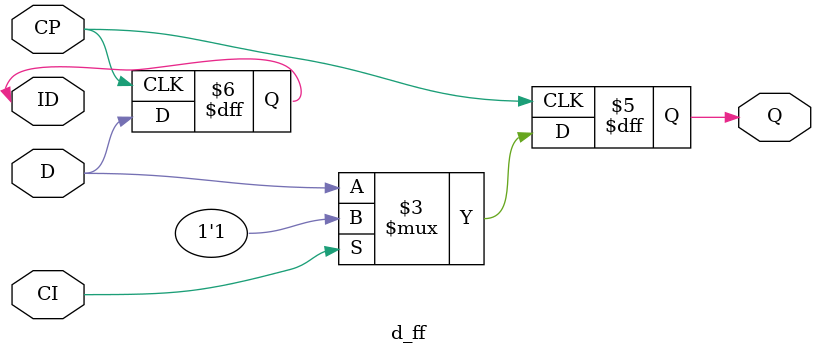
<source format=v>
module example_5_3_EGO1 (
    input x1,
    input x2,
    input CP,
    inout y,
    output Z
);
    wire s1, s2, s3;

    // ÊµÀý»¯D´¥·¢Æ÷Ä£¿é
    d_ff dff1 (
      .D(s1),
      .CP(CP),
      .CI(1'b0),
      .ID(y),
      .Q(s2)
    );

    assign s1 = x1 ^ x2 ^ y;
    assign s3 = s2 & (x1 ^ x2);
    assign Z = s3;
endmodule

// D´¥·¢Æ÷Ä£¿é¶¨Òå
module d_ff (
    input D,
    input CP,
    input CI,
    inout ID,
    output reg Q
);
    always @(posedge CP) begin
        if (CI)
            Q <= 1'b1;
        else
            Q <= D;
        ID <= D;
    end
endmodule
</source>
